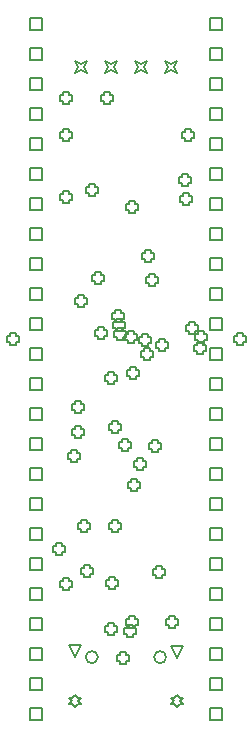
<source format=gbr>
%TF.GenerationSoftware,Altium Limited,Altium Designer,22.10.1 (41)*%
G04 Layer_Color=2752767*
%FSLAX45Y45*%
%MOMM*%
%TF.SameCoordinates,F1D13F34-3715-448E-B12D-83C564530F5A*%
%TF.FilePolarity,Positive*%
%TF.FileFunction,Drawing*%
%TF.Part,Single*%
G01*
G75*
%TA.AperFunction,NonConductor*%
%ADD63C,0.12700*%
%ADD78C,0.16933*%
D63*
X4726200Y1344200D02*
Y1445800D01*
X4827800D01*
Y1344200D01*
X4726200D01*
Y1598200D02*
Y1699800D01*
X4827800D01*
Y1598200D01*
X4726200D01*
Y1852200D02*
Y1953800D01*
X4827800D01*
Y1852200D01*
X4726200D01*
Y2106200D02*
Y2207800D01*
X4827800D01*
Y2106200D01*
X4726200D01*
Y2360200D02*
Y2461800D01*
X4827800D01*
Y2360200D01*
X4726200D01*
Y2614200D02*
Y2715800D01*
X4827800D01*
Y2614200D01*
X4726200D01*
Y2868200D02*
Y2969800D01*
X4827800D01*
Y2868200D01*
X4726200D01*
Y3122200D02*
Y3223800D01*
X4827800D01*
Y3122200D01*
X4726200D01*
Y3376200D02*
Y3477800D01*
X4827800D01*
Y3376200D01*
X4726200D01*
Y3630200D02*
Y3731800D01*
X4827800D01*
Y3630200D01*
X4726200D01*
Y3884200D02*
Y3985800D01*
X4827800D01*
Y3884200D01*
X4726200D01*
Y4138200D02*
Y4239800D01*
X4827800D01*
Y4138200D01*
X4726200D01*
Y4392200D02*
Y4493800D01*
X4827800D01*
Y4392200D01*
X4726200D01*
Y4646200D02*
Y4747800D01*
X4827800D01*
Y4646200D01*
X4726200D01*
Y4900200D02*
Y5001800D01*
X4827800D01*
Y4900200D01*
X4726200D01*
Y5154200D02*
Y5255800D01*
X4827800D01*
Y5154200D01*
X4726200D01*
Y5408200D02*
Y5509800D01*
X4827800D01*
Y5408200D01*
X4726200D01*
Y5662200D02*
Y5763800D01*
X4827800D01*
Y5662200D01*
X4726200D01*
Y5916200D02*
Y6017800D01*
X4827800D01*
Y5916200D01*
X4726200D01*
Y6170200D02*
Y6271800D01*
X4827800D01*
Y6170200D01*
X4726200D01*
Y6424200D02*
Y6525800D01*
X4827800D01*
Y6424200D01*
X4726200D01*
Y6678200D02*
Y6779800D01*
X4827800D01*
Y6678200D01*
X4726200D01*
Y6932200D02*
Y7033800D01*
X4827800D01*
Y6932200D01*
X4726200D01*
Y7186200D02*
Y7287800D01*
X4827800D01*
Y7186200D01*
X4726200D01*
X3202200Y1344200D02*
Y1445800D01*
X3303800D01*
Y1344200D01*
X3202200D01*
Y1598200D02*
Y1699800D01*
X3303800D01*
Y1598200D01*
X3202200D01*
Y1852200D02*
Y1953800D01*
X3303800D01*
Y1852200D01*
X3202200D01*
Y2106200D02*
Y2207800D01*
X3303800D01*
Y2106200D01*
X3202200D01*
Y2360200D02*
Y2461800D01*
X3303800D01*
Y2360200D01*
X3202200D01*
Y2614200D02*
Y2715800D01*
X3303800D01*
Y2614200D01*
X3202200D01*
Y2868200D02*
Y2969800D01*
X3303800D01*
Y2868200D01*
X3202200D01*
Y3122200D02*
Y3223800D01*
X3303800D01*
Y3122200D01*
X3202200D01*
Y3376200D02*
Y3477800D01*
X3303800D01*
Y3376200D01*
X3202200D01*
Y3630200D02*
Y3731800D01*
X3303800D01*
Y3630200D01*
X3202200D01*
Y3884200D02*
Y3985800D01*
X3303800D01*
Y3884200D01*
X3202200D01*
Y4138200D02*
Y4239800D01*
X3303800D01*
Y4138200D01*
X3202200D01*
Y4392200D02*
Y4493800D01*
X3303800D01*
Y4392200D01*
X3202200D01*
Y4646200D02*
Y4747800D01*
X3303800D01*
Y4646200D01*
X3202200D01*
Y4900200D02*
Y5001800D01*
X3303800D01*
Y4900200D01*
X3202200D01*
Y5154200D02*
Y5255800D01*
X3303800D01*
Y5154200D01*
X3202200D01*
Y5408200D02*
Y5509800D01*
X3303800D01*
Y5408200D01*
X3202200D01*
Y5662200D02*
Y5763800D01*
X3303800D01*
Y5662200D01*
X3202200D01*
Y5916200D02*
Y6017800D01*
X3303800D01*
Y5916200D01*
X3202200D01*
Y6170200D02*
Y6271800D01*
X3303800D01*
Y6170200D01*
X3202200D01*
Y6424200D02*
Y6525800D01*
X3303800D01*
Y6424200D01*
X3202200D01*
Y6678200D02*
Y6779800D01*
X3303800D01*
Y6678200D01*
X3202200D01*
Y6932200D02*
Y7033800D01*
X3303800D01*
Y6932200D01*
X3202200D01*
Y7186200D02*
Y7287800D01*
X3303800D01*
Y7186200D01*
X3202200D01*
X4447500Y1869200D02*
X4396700Y1970800D01*
X4498300D01*
X4447500Y1869200D01*
X4445700Y1452800D02*
X4471100Y1478200D01*
X4496500D01*
X4471100Y1503600D01*
X4496500Y1529000D01*
X4471100D01*
X4445700Y1554400D01*
X4420300Y1529000D01*
X4394900D01*
X4420300Y1503600D01*
X4394900Y1478200D01*
X4420300D01*
X4445700Y1452800D01*
X3580700D02*
X3606100Y1478200D01*
X3631500D01*
X3606100Y1503600D01*
X3631500Y1529000D01*
X3606100D01*
X3580700Y1554400D01*
X3555300Y1529000D01*
X3529900D01*
X3555300Y1503600D01*
X3529900Y1478200D01*
X3555300D01*
X3580700Y1452800D01*
Y1870800D02*
X3529900Y1972400D01*
X3631500D01*
X3580700Y1870800D01*
X3583701Y6821700D02*
X3609101Y6872500D01*
X3583701Y6923300D01*
X3634501Y6897900D01*
X3685301Y6923300D01*
X3659901Y6872500D01*
X3685301Y6821700D01*
X3634501Y6847100D01*
X3583701Y6821700D01*
X3837701D02*
X3863101Y6872500D01*
X3837701Y6923300D01*
X3888501Y6897900D01*
X3939301Y6923300D01*
X3913901Y6872500D01*
X3939301Y6821700D01*
X3888501Y6847100D01*
X3837701Y6821700D01*
X4091701D02*
X4117101Y6872500D01*
X4091701Y6923300D01*
X4142501Y6897900D01*
X4193301Y6923300D01*
X4167901Y6872500D01*
X4193301Y6821700D01*
X4142501Y6847100D01*
X4091701Y6821700D01*
X4345701D02*
X4371101Y6872500D01*
X4345701Y6923300D01*
X4396501Y6897900D01*
X4447301Y6923300D01*
X4421901Y6872500D01*
X4447301Y6821700D01*
X4396501Y6847100D01*
X4345701Y6821700D01*
X4037100Y5659600D02*
Y5634200D01*
X4087900D01*
Y5659600D01*
X4113300D01*
Y5710400D01*
X4087900D01*
Y5735800D01*
X4037100D01*
Y5710400D01*
X4011700D01*
Y5659600D01*
X4037100D01*
X3752100Y5059600D02*
Y5034200D01*
X3802900D01*
Y5059600D01*
X3828300D01*
Y5110400D01*
X3802900D01*
Y5135800D01*
X3752100D01*
Y5110400D01*
X3726700D01*
Y5059600D01*
X3752100D01*
X4489602Y5889599D02*
Y5864199D01*
X4540402D01*
Y5889599D01*
X4565802D01*
Y5940399D01*
X4540402D01*
Y5965799D01*
X4489602D01*
Y5940399D01*
X4464202D01*
Y5889599D01*
X4489602D01*
X4949600Y4544600D02*
Y4519200D01*
X5000400D01*
Y4544600D01*
X5025800D01*
Y4595400D01*
X5000400D01*
Y4620800D01*
X4949600D01*
Y4595400D01*
X4924200D01*
Y4544600D01*
X4949600D01*
X4234600Y3637100D02*
Y3611700D01*
X4285400D01*
Y3637100D01*
X4310800D01*
Y3687900D01*
X4285400D01*
Y3713300D01*
X4234600D01*
Y3687900D01*
X4209200D01*
Y3637100D01*
X4234600D01*
X4624599Y4560798D02*
Y4535398D01*
X4675399D01*
Y4560798D01*
X4700799D01*
Y4611598D01*
X4675399D01*
Y4636998D01*
X4624599D01*
Y4611598D01*
X4599199D01*
Y4560798D01*
X4624599D01*
X4549600Y4632100D02*
Y4606700D01*
X4600400D01*
Y4632100D01*
X4625800D01*
Y4682900D01*
X4600400D01*
Y4708300D01*
X4549600D01*
Y4682900D01*
X4524200D01*
Y4632100D01*
X4549600D01*
X4614600Y4462100D02*
Y4436700D01*
X4665400D01*
Y4462100D01*
X4690800D01*
Y4512900D01*
X4665400D01*
Y4538300D01*
X4614600D01*
Y4512900D01*
X4589200D01*
Y4462100D01*
X4614600D01*
X3479600Y6579600D02*
Y6554200D01*
X3530400D01*
Y6579600D01*
X3555800D01*
Y6630400D01*
X3530400D01*
Y6655800D01*
X3479600D01*
Y6630400D01*
X3454200D01*
Y6579600D01*
X3479600D01*
X3609600Y4859600D02*
Y4834200D01*
X3660400D01*
Y4859600D01*
X3685800D01*
Y4910400D01*
X3660400D01*
Y4935800D01*
X3609600D01*
Y4910400D01*
X3584200D01*
Y4859600D01*
X3609600D01*
X4492100Y5724600D02*
Y5699200D01*
X4542900D01*
Y5724600D01*
X4568300D01*
Y5775400D01*
X4542900D01*
Y5800800D01*
X4492100D01*
Y5775400D01*
X4466700D01*
Y5724600D01*
X4492100D01*
X3029600Y4543000D02*
Y4517600D01*
X3080400D01*
Y4543000D01*
X3105800D01*
Y4593800D01*
X3080400D01*
Y4619200D01*
X3029600D01*
Y4593800D01*
X3004200D01*
Y4543000D01*
X3029600D01*
X3479401Y5745299D02*
Y5719899D01*
X3530201D01*
Y5745299D01*
X3555601D01*
Y5796099D01*
X3530201D01*
Y5821499D01*
X3479401D01*
Y5796099D01*
X3454001D01*
Y5745299D01*
X3479401D01*
X4042100Y2149600D02*
Y2124200D01*
X4092900D01*
Y2149600D01*
X4118300D01*
Y2200400D01*
X4092900D01*
Y2225800D01*
X4042100D01*
Y2200400D01*
X4016700D01*
Y2149600D01*
X4042100D01*
X4379600D02*
Y2124200D01*
X4430400D01*
Y2149600D01*
X4455800D01*
Y2200400D01*
X4430400D01*
Y2225800D01*
X4379600D01*
Y2200400D01*
X4354200D01*
Y2149600D01*
X4379600D01*
X4267100Y2572100D02*
Y2546700D01*
X4317900D01*
Y2572100D01*
X4343300D01*
Y2622900D01*
X4317900D01*
Y2648300D01*
X4267100D01*
Y2622900D01*
X4241700D01*
Y2572100D01*
X4267100D01*
X3657100Y2574600D02*
Y2549200D01*
X3707900D01*
Y2574600D01*
X3733300D01*
Y2625400D01*
X3707900D01*
Y2650800D01*
X3657100D01*
Y2625400D01*
X3631700D01*
Y2574600D01*
X3657100D01*
X4509600Y6267100D02*
Y6241700D01*
X4560400D01*
Y6267100D01*
X4585800D01*
Y6317900D01*
X4560400D01*
Y6343300D01*
X4509600D01*
Y6317900D01*
X4484200D01*
Y6267100D01*
X4509600D01*
X3861201Y2087100D02*
Y2061700D01*
X3912001D01*
Y2087100D01*
X3937401D01*
Y2137900D01*
X3912001D01*
Y2163300D01*
X3861201D01*
Y2137900D01*
X3835801D01*
Y2087100D01*
X3861201D01*
X4292100Y4487100D02*
Y4461700D01*
X4342900D01*
Y4487100D01*
X4368300D01*
Y4537900D01*
X4342900D01*
Y4563300D01*
X4292100D01*
Y4537900D01*
X4266700D01*
Y4487100D01*
X4292100D01*
X3547100Y3554600D02*
Y3529200D01*
X3597900D01*
Y3554600D01*
X3623300D01*
Y3605400D01*
X3597900D01*
Y3630800D01*
X3547100D01*
Y3605400D01*
X3521700D01*
Y3554600D01*
X3547100D01*
X3894600Y3799600D02*
Y3774200D01*
X3945400D01*
Y3799600D01*
X3970800D01*
Y3850400D01*
X3945400D01*
Y3875800D01*
X3894600D01*
Y3850400D01*
X3869200D01*
Y3799600D01*
X3894600D01*
X3478900Y2466900D02*
Y2441500D01*
X3529700D01*
Y2466900D01*
X3555100D01*
Y2517700D01*
X3529700D01*
Y2543100D01*
X3478900D01*
Y2517700D01*
X3453500D01*
Y2466900D01*
X3478900D01*
X3584600Y3757100D02*
Y3731700D01*
X3635400D01*
Y3757100D01*
X3660800D01*
Y3807900D01*
X3635400D01*
Y3833300D01*
X3584600D01*
Y3807900D01*
X3559200D01*
Y3757100D01*
X3584600D01*
X3585301Y3969798D02*
Y3944398D01*
X3636101D01*
Y3969798D01*
X3661501D01*
Y4020598D01*
X3636101D01*
Y4045998D01*
X3585301D01*
Y4020598D01*
X3559901D01*
Y3969798D01*
X3585301D01*
X3857299Y4208902D02*
Y4183502D01*
X3908099D01*
Y4208902D01*
X3933499D01*
Y4259702D01*
X3908099D01*
Y4285102D01*
X3857299D01*
Y4259702D01*
X3831899D01*
Y4208902D01*
X3857299D01*
X3982100Y3647100D02*
Y3621700D01*
X4032900D01*
Y3647100D01*
X4058300D01*
Y3697900D01*
X4032900D01*
Y3723300D01*
X3982100D01*
Y3697900D01*
X3956700D01*
Y3647100D01*
X3982100D01*
X4170778Y5247901D02*
Y5222501D01*
X4221578D01*
Y5247901D01*
X4246978D01*
Y5298701D01*
X4221578D01*
Y5324101D01*
X4170778D01*
Y5298701D01*
X4145378D01*
Y5247901D01*
X4170778D01*
X4054566Y3309398D02*
Y3283998D01*
X4105366D01*
Y3309398D01*
X4130766D01*
Y3360198D01*
X4105366D01*
Y3385598D01*
X4054566D01*
Y3360198D01*
X4029166D01*
Y3309398D01*
X4054566D01*
X4207100Y5037100D02*
Y5011700D01*
X4257900D01*
Y5037100D01*
X4283300D01*
Y5087900D01*
X4257900D01*
Y5113300D01*
X4207100D01*
Y5087900D01*
X4181700D01*
Y5037100D01*
X4207100D01*
X4044600Y4254600D02*
Y4229200D01*
X4095400D01*
Y4254600D01*
X4120800D01*
Y4305400D01*
X4095400D01*
Y4330800D01*
X4044600D01*
Y4305400D01*
X4019200D01*
Y4254600D01*
X4044600D01*
X3634600Y2954600D02*
Y2929200D01*
X3685400D01*
Y2954600D01*
X3710800D01*
Y3005400D01*
X3685400D01*
Y3030800D01*
X3634600D01*
Y3005400D01*
X3609200D01*
Y2954600D01*
X3634600D01*
X3894600D02*
Y2929200D01*
X3945400D01*
Y2954600D01*
X3970800D01*
Y3005400D01*
X3945400D01*
Y3030800D01*
X3894600D01*
Y3005400D01*
X3869200D01*
Y2954600D01*
X3894600D01*
X3830747Y6579600D02*
Y6554200D01*
X3881547D01*
Y6579600D01*
X3906947D01*
Y6630400D01*
X3881547D01*
Y6655800D01*
X3830747D01*
Y6630400D01*
X3805347D01*
Y6579600D01*
X3830747D01*
X3419600Y2759600D02*
Y2734200D01*
X3470400D01*
Y2759600D01*
X3495800D01*
Y2810400D01*
X3470400D01*
Y2835800D01*
X3419600D01*
Y2810400D01*
X3394200D01*
Y2759600D01*
X3419600D01*
X4110598Y3484602D02*
Y3459202D01*
X4161398D01*
Y3484602D01*
X4186798D01*
Y3535402D01*
X4161398D01*
Y3560802D01*
X4110598D01*
Y3535402D01*
X4085198D01*
Y3484602D01*
X4110598D01*
X4019600Y2069600D02*
Y2044200D01*
X4070400D01*
Y2069600D01*
X4095800D01*
Y2120400D01*
X4070400D01*
Y2145800D01*
X4019600D01*
Y2120400D01*
X3994200D01*
Y2069600D01*
X4019600D01*
X3919600Y4739600D02*
Y4714200D01*
X3970400D01*
Y4739600D01*
X3995800D01*
Y4790400D01*
X3970400D01*
Y4815800D01*
X3919600D01*
Y4790400D01*
X3894200D01*
Y4739600D01*
X3919600D01*
X3779600Y4589600D02*
Y4564200D01*
X3830400D01*
Y4589600D01*
X3855800D01*
Y4640400D01*
X3830400D01*
Y4665800D01*
X3779600D01*
Y4640400D01*
X3754200D01*
Y4589600D01*
X3779600D01*
X4029600Y4559600D02*
Y4534200D01*
X4080400D01*
Y4559600D01*
X4105800D01*
Y4610400D01*
X4080400D01*
Y4635800D01*
X4029600D01*
Y4610400D01*
X4004200D01*
Y4559600D01*
X4029600D01*
X4162896Y4417319D02*
Y4391919D01*
X4213696D01*
Y4417319D01*
X4239096D01*
Y4468119D01*
X4213696D01*
Y4493519D01*
X4162896D01*
Y4468119D01*
X4137496D01*
Y4417319D01*
X4162896D01*
X4149600Y4529600D02*
Y4504200D01*
X4200400D01*
Y4529600D01*
X4225800D01*
Y4580400D01*
X4200400D01*
Y4605800D01*
X4149600D01*
Y4580400D01*
X4124200D01*
Y4529600D01*
X4149600D01*
X3699600Y5799600D02*
Y5774200D01*
X3750400D01*
Y5799600D01*
X3775800D01*
Y5850400D01*
X3750400D01*
Y5875800D01*
X3699600D01*
Y5850400D01*
X3674200D01*
Y5799600D01*
X3699600D01*
X3479025Y6271848D02*
Y6246448D01*
X3529825D01*
Y6271848D01*
X3555225D01*
Y6322648D01*
X3529825D01*
Y6348048D01*
X3479025D01*
Y6322648D01*
X3453625D01*
Y6271848D01*
X3479025D01*
X3934494Y4585617D02*
Y4560217D01*
X3985294D01*
Y4585617D01*
X4010694D01*
Y4636417D01*
X3985294D01*
Y4661817D01*
X3934494D01*
Y4636417D01*
X3909094D01*
Y4585617D01*
X3934494D01*
X3868900Y2476900D02*
Y2451500D01*
X3919700D01*
Y2476900D01*
X3945100D01*
Y2527700D01*
X3919700D01*
Y2553100D01*
X3868900D01*
Y2527700D01*
X3843500D01*
Y2476900D01*
X3868900D01*
X3964600Y1839600D02*
Y1814200D01*
X4015400D01*
Y1839600D01*
X4040800D01*
Y1890400D01*
X4015400D01*
Y1915800D01*
X3964600D01*
Y1890400D01*
X3939200D01*
Y1839600D01*
X3964600D01*
X3929600Y4659600D02*
Y4634200D01*
X3980400D01*
Y4659600D01*
X4005800D01*
Y4710400D01*
X3980400D01*
Y4735800D01*
X3929600D01*
Y4710400D01*
X3904200D01*
Y4659600D01*
X3929600D01*
D78*
X4353000Y1873600D02*
G03*
X4353000Y1873600I-50800J0D01*
G01*
X3775000D02*
G03*
X3775000Y1873600I-50800J0D01*
G01*
%TF.MD5,5e395a5033fe11b8f3e55af08749a60b*%
M02*

</source>
